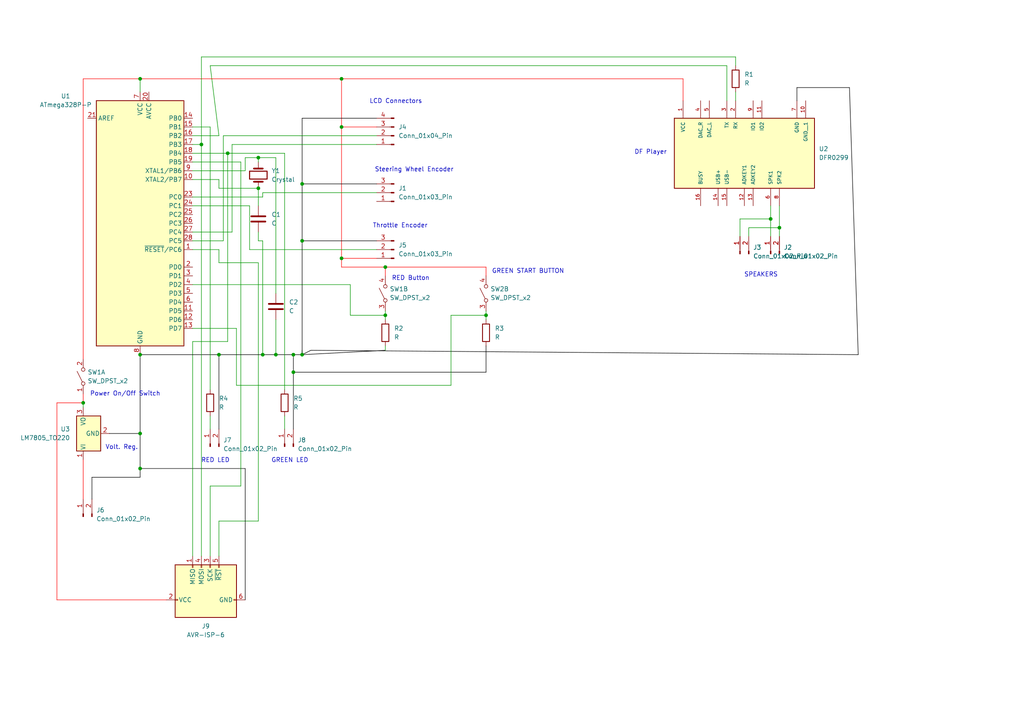
<source format=kicad_sch>
(kicad_sch (version 20250114) (generator "eeschema") (generator_version "9.0")
  (paper "A4")
  (lib_symbols
    (symbol "Connector:AVR-ISP-6" (pin_names (offset 1.016))
      (property "Reference" "J" (at -6.35 11.43 0))
      (property "Value" "AVR-ISP-6" (at 0 11.43 0))
      (symbol "AVR-ISP-6_0_1"
        (rectangle (start -2.667 10.16) (end -2.413 9.398))
        (rectangle (start -2.667 -6.858) (end -2.413 -7.62))
        (rectangle (start 7.62 10.16) (end -7.62 -7.62) (stroke (width 0.254)) (fill (type background)))
        (rectangle (start 7.62 5.207) (end 6.858 4.953))
        (rectangle (start 7.62 2.667) (end 6.858 2.413))
        (rectangle (start 7.62 0.127) (end 6.858 -0.127))
        (rectangle (start 7.62 -2.413) (end 6.858 -2.667))
      )
      (symbol "AVR-ISP-6_1_1"
        (pin passive line (at -2.54 12.7 270) (length 2.54) (name "VCC") (number "2"))
        (pin passive line (at -2.54 -10.16 90) (length 2.54) (name "GND") (number "6"))
        (pin passive line (at 10.16 5.08 180) (length 2.54) (name "MISO") (number "1"))
        (pin passive line (at 10.16 2.54 180) (length 2.54) (name "MOSI") (number "4"))
        (pin passive line (at 10.16 0 180) (length 2.54) (name "SCK") (number "3"))
        (pin passive line (at 10.16 -2.54 180) (length 2.54) (name "~{RST}") (number "5"))
      )
    )
    (symbol "Connector:Conn_01x02_Pin" (pin_names (offset 1.016) (hide yes))
      (property "Reference" "J" (at 0 2.54 0))
      (property "Value" "Conn_01x02_Pin" (at 0 -5.08 0))
      (symbol "Conn_01x02_Pin_1_1"
        (rectangle (start 0.8636 0.127) (end 0 -0.127) (stroke (width 0.1524)) (fill (type outline)))
        (rectangle (start 0.8636 -2.413) (end 0 -2.667) (stroke (width 0.1524)) (fill (type outline)))
        (polyline (pts (xy 1.27 0) (xy 0.8636 0)) (stroke (width 0.1524)))
        (polyline (pts (xy 1.27 -2.54) (xy 0.8636 -2.54)) (stroke (width 0.1524)))
        (pin passive line (at 5.08 0 180) (length 3.81) (name "Pin_1") (number "1"))
        (pin passive line (at 5.08 -2.54 180) (length 3.81) (name "Pin_2") (number "2"))
      )
    )
    (symbol "Connector:Conn_01x03_Pin" (pin_names (offset 1.016) (hide yes))
      (property "Reference" "J" (at 0 5.08 0))
      (property "Value" "Conn_01x03_Pin" (at 0 -5.08 0))
      (symbol "Conn_01x03_Pin_1_1"
        (rectangle (start 0.8636 2.667) (end 0 2.413) (stroke (width 0.1524)) (fill (type outline)))
        (rectangle (start 0.8636 0.127) (end 0 -0.127) (stroke (width 0.1524)) (fill (type outline)))
        (rectangle (start 0.8636 -2.413) (end 0 -2.667) (stroke (width 0.1524)) (fill (type outline)))
        (polyline (pts (xy 1.27 2.54) (xy 0.8636 2.54)) (stroke (width 0.1524)))
        (polyline (pts (xy 1.27 0) (xy 0.8636 0)) (stroke (width 0.1524)))
        (polyline (pts (xy 1.27 -2.54) (xy 0.8636 -2.54)) (stroke (width 0.1524)))
        (pin passive line (at 5.08 2.54 180) (length 3.81) (name "Pin_1") (number "1"))
        (pin passive line (at 5.08 0 180) (length 3.81) (name "Pin_2") (number "2"))
        (pin passive line (at 5.08 -2.54 180) (length 3.81) (name "Pin_3") (number "3"))
      )
    )
    (symbol "Connector:Conn_01x04_Pin" (pin_names (offset 1.016) (hide yes))
      (property "Reference" "J" (at 0 5.08 0))
      (property "Value" "Conn_01x04_Pin" (at 0 -7.62 0))
      (symbol "Conn_01x04_Pin_1_1"
        (rectangle (start 0.8636 2.667) (end 0 2.413) (stroke (width 0.1524)) (fill (type outline)))
        (rectangle (start 0.8636 0.127) (end 0 -0.127) (stroke (width 0.1524)) (fill (type outline)))
        (rectangle (start 0.8636 -2.413) (end 0 -2.667) (stroke (width 0.1524)) (fill (type outline)))
        (rectangle (start 0.8636 -4.953) (end 0 -5.207) (stroke (width 0.1524)) (fill (type outline)))
        (polyline (pts (xy 1.27 2.54) (xy 0.8636 2.54)) (stroke (width 0.1524)))
        (polyline (pts (xy 1.27 0) (xy 0.8636 0)) (stroke (width 0.1524)))
        (polyline (pts (xy 1.27 -2.54) (xy 0.8636 -2.54)) (stroke (width 0.1524)))
        (polyline (pts (xy 1.27 -5.08) (xy 0.8636 -5.08)) (stroke (width 0.1524)))
        (pin passive line (at 5.08 2.54 180) (length 3.81) (name "Pin_1") (number "1"))
        (pin passive line (at 5.08 0 180) (length 3.81) (name "Pin_2") (number "2"))
        (pin passive line (at 5.08 -2.54 180) (length 3.81) (name "Pin_3") (number "3"))
        (pin passive line (at 5.08 -5.08 180) (length 3.81) (name "Pin_4") (number "4"))
      )
    )
    (symbol "DFR0299:DFR0299" (pin_names (offset 1.016))
      (property "Reference" "U" (at -10.16 18.542 0))
      (property "Value" "DFR0299" (at -10.16 -25.4 0))
      (symbol "DFR0299_0_0"
        (rectangle (start -10.16 -22.86) (end 10.16 17.78) (stroke (width 0.254)) (fill (type background)))
        (pin input line (at -15.24 10.16 0) (length 5.08) (name "BUSY") (number "16"))
        (pin input line (at -15.24 5.08 0) (length 5.08) (name "USB+") (number "14"))
        (pin input line (at -15.24 2.54 0) (length 5.08) (name "USB-") (number "15"))
        (pin input line (at -15.24 -2.54 0) (length 5.08) (name "ADKEY1") (number "12"))
        (pin input line (at -15.24 -5.08 0) (length 5.08) (name "ADKEY2") (number "13"))
        (pin passive line (at -15.24 -10.16 0) (length 5.08) (name "SPK1") (number "6"))
        (pin passive line (at -15.24 -12.7 0) (length 5.08) (name "SPK2") (number "8"))
        (pin power_in line (at 15.24 15.24 180) (length 5.08) (name "VCC") (number "1"))
        (pin output line (at 15.24 10.16 180) (length 5.08) (name "DAC_R") (number "4"))
        (pin output line (at 15.24 7.62 180) (length 5.08) (name "DAC_L") (number "5"))
        (pin output line (at 15.24 2.54 180) (length 5.08) (name "TX") (number "3"))
        (pin input line (at 15.24 0 180) (length 5.08) (name "RX") (number "2"))
        (pin bidirectional line (at 15.24 -5.08 180) (length 5.08) (name "IO1") (number "9"))
        (pin bidirectional line (at 15.24 -7.62 180) (length 5.08) (name "IO2") (number "11"))
        (pin power_in line (at 15.24 -17.78 180) (length 5.08) (name "GND") (number "7"))
        (pin power_in line (at 15.24 -20.32 180) (length 5.08) (name "GND__1") (number "10"))
      )
    )
    (symbol "Device:C" (pin_numbers (hide yes)) (pin_names (offset 0.254))
      (property "Reference" "C" (at 0.635 2.54 0))
      (property "Value" "C" (at 0.635 -2.54 0))
      (symbol "C_0_1"
        (polyline (pts (xy -2.032 0.762) (xy 2.032 0.762)) (stroke (width 0.508)))
        (polyline (pts (xy -2.032 -0.762) (xy 2.032 -0.762)) (stroke (width 0.508)))
      )
      (symbol "C_1_1"
        (pin passive line (at 0 3.81 270) (length 2.794) (name "~") (number "1"))
        (pin passive line (at 0 -3.81 90) (length 2.794) (name "~") (number "2"))
      )
    )
    (symbol "Device:Crystal" (pin_numbers (hide yes)) (pin_names (offset 1.016) (hide yes))
      (property "Reference" "Y" (at 0 3.81 0))
      (property "Value" "Crystal" (at 0 -3.81 0))
      (symbol "Crystal_0_1"
        (polyline (pts (xy -2.54 0) (xy -1.905 0)))
        (polyline (pts (xy -1.905 -1.27) (xy -1.905 1.27)) (stroke (width 0.508)))
        (rectangle (start -1.143 2.54) (end 1.143 -2.54) (stroke (width 0.3048)))
        (polyline (pts (xy 1.905 -1.27) (xy 1.905 1.27)) (stroke (width 0.508)))
        (polyline (pts (xy 2.54 0) (xy 1.905 0)))
      )
      (symbol "Crystal_1_1"
        (pin passive line (at -3.81 0 0) (length 1.27) (name "1") (number "1"))
        (pin passive line (at 3.81 0 180) (length 1.27) (name "2") (number "2"))
      )
    )
    (symbol "Device:R" (pin_numbers (hide yes)) (pin_names (offset 0))
      (property "Reference" "R" (at 2.032 0 90))
      (property "Value" "R" (at 0 0 90))
      (symbol "R_0_1"
        (rectangle (start -1.016 -2.54) (end 1.016 2.54) (stroke (width 0.254)))
      )
      (symbol "R_1_1"
        (pin passive line (at 0 3.81 270) (length 1.27) (name "~") (number "1"))
        (pin passive line (at 0 -3.81 90) (length 1.27) (name "~") (number "2"))
      )
    )
    (symbol "MCU_Microchip_ATmega:ATmega328P-P"
      (property "Reference" "U" (at -12.7 36.83 0))
      (property "Value" "ATmega328P-P" (at 2.54 -36.83 0))
      (symbol "ATmega328P-P_0_1"
        (rectangle (start -12.7 -35.56) (end 12.7 35.56) (stroke (width 0.254)) (fill (type background)))
      )
      (symbol "ATmega328P-P_1_1"
        (pin passive line (at -15.24 30.48 0) (length 2.54) (name "AREF") (number "21"))
        (pin power_in line (at 0 38.1 270) (length 2.54) (name "VCC") (number "7"))
        (pin passive line (at 0 -38.1 90) (length 2.54) (hide yes) (name "GND") (number "22"))
        (pin power_in line (at 0 -38.1 90) (length 2.54) (name "GND") (number "8"))
        (pin power_in line (at 2.54 38.1 270) (length 2.54) (name "AVCC") (number "20"))
        (pin bidirectional line (at 15.24 30.48 180) (length 2.54) (name "PB0") (number "14"))
        (pin bidirectional line (at 15.24 27.94 180) (length 2.54) (name "PB1") (number "15"))
        (pin bidirectional line (at 15.24 25.4 180) (length 2.54) (name "PB2") (number "16"))
        (pin bidirectional line (at 15.24 22.86 180) (length 2.54) (name "PB3") (number "17"))
        (pin bidirectional line (at 15.24 20.32 180) (length 2.54) (name "PB4") (number "18"))
        (pin bidirectional line (at 15.24 17.78 180) (length 2.54) (name "PB5") (number "19"))
        (pin bidirectional line (at 15.24 15.24 180) (length 2.54) (name "XTAL1/PB6") (number "9"))
        (pin bidirectional line (at 15.24 12.7 180) (length 2.54) (name "XTAL2/PB7") (number "10"))
        (pin bidirectional line (at 15.24 7.62 180) (length 2.54) (name "PC0") (number "23"))
        (pin bidirectional line (at 15.24 5.08 180) (length 2.54) (name "PC1") (number "24"))
        (pin bidirectional line (at 15.24 2.54 180) (length 2.54) (name "PC2") (number "25"))
        (pin bidirectional line (at 15.24 0 180) (length 2.54) (name "PC3") (number "26"))
        (pin bidirectional line (at 15.24 -2.54 180) (length 2.54) (name "PC4") (number "27"))
        (pin bidirectional line (at 15.24 -5.08 180) (length 2.54) (name "PC5") (number "28"))
        (pin bidirectional line (at 15.24 -7.62 180) (length 2.54) (name "~{RESET}/PC6") (number "1"))
        (pin bidirectional line (at 15.24 -12.7 180) (length 2.54) (name "PD0") (number "2"))
        (pin bidirectional line (at 15.24 -15.24 180) (length 2.54) (name "PD1") (number "3"))
        (pin bidirectional line (at 15.24 -17.78 180) (length 2.54) (name "PD2") (number "4"))
        (pin bidirectional line (at 15.24 -20.32 180) (length 2.54) (name "PD3") (number "5"))
        (pin bidirectional line (at 15.24 -22.86 180) (length 2.54) (name "PD4") (number "6"))
        (pin bidirectional line (at 15.24 -25.4 180) (length 2.54) (name "PD5") (number "11"))
        (pin bidirectional line (at 15.24 -27.94 180) (length 2.54) (name "PD6") (number "12"))
        (pin bidirectional line (at 15.24 -30.48 180) (length 2.54) (name "PD7") (number "13"))
      )
    )
    (symbol "Regulator_Linear:LM7805_TO220" (pin_names (offset 0.254))
      (property "Reference" "U" (at -3.81 3.175 0))
      (property "Value" "LM7805_TO220" (at 0 3.175 0))
      (symbol "LM7805_TO220_0_1"
        (rectangle (start -5.08 1.905) (end 5.08 -5.08) (stroke (width 0.254)) (fill (type background)))
      )
      (symbol "LM7805_TO220_1_1"
        (pin power_in line (at -7.62 0 0) (length 2.54) (name "VI") (number "1"))
        (pin power_in line (at 0 -7.62 90) (length 2.54) (name "GND") (number "2"))
        (pin power_out line (at 7.62 0 180) (length 2.54) (name "VO") (number "3"))
      )
    )
    (symbol "Switch:SW_DPST_x2" (pin_names (offset 0) (hide yes))
      (property "Reference" "SW" (at 0 3.175 0))
      (property "Value" "SW_DPST_x2" (at 0 -2.54 0))
      (symbol "SW_DPST_x2_0_0"
        (circle (center -2.032 0) (radius 0.508))
        (polyline (pts (xy -1.524 0.254) (xy 1.524 1.778)))
        (circle (center 2.032 0) (radius 0.508))
      )
      (symbol "SW_DPST_x2_1_1"
        (pin passive line (at -5.08 0 0) (length 2.54) (name "A") (number "1"))
        (pin passive line (at 5.08 0 180) (length 2.54) (name "B") (number "2"))
      )
      (symbol "SW_DPST_x2_2_1"
        (pin passive line (at -5.08 0 0) (length 2.54) (name "A") (number "3"))
        (pin passive line (at 5.08 0 180) (length 2.54) (name "B") (number "4"))
      )
    )
  )
  (text "Volt. Reg.\n" (at 35.306 129.794 0) (effects (font (size 1.27 1.27))))
  (text "RED Button\n" (at 119.126 80.772 0) (effects (font (size 1.27 1.27))))
  (text "Steering Wheel Encoder" (at 120.142 49.276 0) (effects (font (size 1.27 1.27))))
  (text "Throttle Encoder" (at 116.078 65.532 0) (effects (font (size 1.27 1.27))))
  (text "LCD Connectors" (at 114.808 29.464 0) (effects (font (size 1.27 1.27))))
  (text "DF Player" (at 188.722 44.196 0) (effects (font (size 1.27 1.27))))
  (text "GREEN LED\n" (at 84.074 133.604 0) (effects (font (size 1.27 1.27))))
  (text "Power On/Off Switch" (at 36.322 114.3 0) (effects (font (size 1.27 1.27))))
  (text "GREEN START BUTTON\n" (at 153.162 78.74 0) (effects (font (size 1.27 1.27))))
  (text "SPEAKERS" (at 220.726 79.756 0) (effects (font (size 1.27 1.27))))
  (text "RED LED\n" (at 62.484 133.604 0) (effects (font (size 1.27 1.27))))
  (junction (at 24.13 116.84))
  (junction (at 74.93 45.72))
  (junction (at 87.63 53.34))
  (junction (at 40.64 125.73))
  (junction (at 87.63 69.85))
  (junction (at 66.04 44.45))
  (junction (at 40.64 135.89))
  (junction (at 40.64 102.87))
  (junction (at 85.09 102.87))
  (junction (at 99.06 36.83))
  (junction (at 140.97 91.44))
  (junction (at 223.52 63.5))
  (junction (at 99.06 22.86))
  (junction (at 111.76 77.47))
  (junction (at 87.63 102.87))
  (junction (at 111.76 91.44))
  (junction (at 58.42 41.91))
  (junction (at 85.09 107.95))
  (junction (at 74.93 54.61))
  (junction (at 80.01 102.87))
  (junction (at 40.64 22.86))
  (junction (at 99.06 74.93))
  (junction (at 76.2 102.87))
  (junction (at 226.06 66.04))
  (junction (at 63.5 102.87))
  (wire (pts (xy 55.88 57.15) (xy 76.2 57.15)))
  (wire (pts (xy 140.97 77.47) (xy 111.76 77.47)) (stroke (width 0) (color 255 0 0 1)))
  (wire (pts (xy 60.96 161.29) (xy 60.96 140.97)))
  (wire (pts (xy 82.55 124.46) (xy 82.55 120.65)))
  (wire (pts (xy 26.67 144.78) (xy 26.67 138.43)) (stroke (width 0) (color 0 0 0 1)))
  (wire (pts (xy 82.55 44.45) (xy 66.04 44.45)))
  (wire (pts (xy 246.38 25.4) (xy 248.92 102.87)) (stroke (width 0) (color 0 0 0 1)))
  (wire (pts (xy 63.5 39.37) (xy 60.96 19.05)))
  (wire (pts (xy 16.51 116.84) (xy 16.51 173.99)) (stroke (width 0) (color 255 0 0 1)))
  (wire (pts (xy 64.77 69.85) (xy 64.77 39.37)))
  (wire (pts (xy 74.93 76.2) (xy 63.5 76.2)))
  (wire (pts (xy 55.88 69.85) (xy 64.77 69.85)))
  (wire (pts (xy 140.97 91.44) (xy 140.97 90.17)))
  (wire (pts (xy 140.97 92.71) (xy 140.97 91.44)))
  (wire (pts (xy 40.64 138.43) (xy 40.64 135.89)) (stroke (width 0) (color 0 0 0 1)))
  (wire (pts (xy 87.63 53.34) (xy 87.63 34.29)) (stroke (width 0) (color 0 0 0 1)))
  (wire (pts (xy 85.09 124.46) (xy 85.09 107.95)) (stroke (width 0) (color 0 0 0 1)))
  (wire (pts (xy 66.04 99.06) (xy 66.04 44.45)))
  (wire (pts (xy 71.12 49.53) (xy 55.88 49.53)))
  (wire (pts (xy 24.13 104.14) (xy 24.13 22.86)) (stroke (width 0) (color 255 0 0 1)))
  (wire (pts (xy 85.09 102.87) (xy 87.63 102.87)) (stroke (width 0) (color 0 0 0 1)))
  (wire (pts (xy 111.76 91.44) (xy 111.76 90.17)))
  (wire (pts (xy 55.88 82.55) (xy 101.6 82.55)))
  (wire (pts (xy 130.81 111.76) (xy 130.81 91.44)))
  (wire (pts (xy 109.22 53.34) (xy 87.63 53.34)) (stroke (width 0) (color 0 0 0 1)))
  (wire (pts (xy 76.2 57.15) (xy 76.2 55.88)))
  (wire (pts (xy 223.52 68.58) (xy 223.52 63.5)))
  (wire (pts (xy 111.76 100.33) (xy 111.76 101.6)))
  (wire (pts (xy 72.39 59.69) (xy 55.88 59.69)))
  (wire (pts (xy 130.81 91.44) (xy 140.97 91.44)))
  (wire (pts (xy 76.2 55.88) (xy 109.22 55.88)))
  (wire (pts (xy 90.17 101.6) (xy 87.63 102.87)) (stroke (width 0) (color 0 0 0 1)))
  (wire (pts (xy 40.64 125.73) (xy 40.64 135.89)) (stroke (width 0) (color 0 0 0 1)))
  (wire (pts (xy 80.01 85.09) (xy 80.01 45.72)))
  (wire (pts (xy 99.06 36.83) (xy 109.22 36.83)) (stroke (width 0) (color 255 0 0 1)))
  (wire (pts (xy 63.5 124.46) (xy 63.5 102.87)) (stroke (width 0) (color 0 0 0 1)))
  (wire (pts (xy 66.04 44.45) (xy 55.88 44.45)))
  (wire (pts (xy 111.76 92.71) (xy 111.76 91.44)))
  (wire (pts (xy 87.63 69.85) (xy 87.63 53.34)) (stroke (width 0) (color 0 0 0 1)))
  (wire (pts (xy 109.22 72.39) (xy 72.39 72.39)))
  (wire (pts (xy 214.63 63.5) (xy 214.63 68.58)))
  (wire (pts (xy 55.88 95.25) (xy 68.58 95.25)))
  (wire (pts (xy 16.51 116.84) (xy 24.13 116.84)) (stroke (width 0) (color 255 0 0 1)))
  (wire (pts (xy 226.06 66.04) (xy 226.06 59.69)))
  (wire (pts (xy 55.88 99.06) (xy 66.04 99.06)))
  (wire (pts (xy 24.13 133.35) (xy 24.13 144.78)) (stroke (width 0) (color 255 0 0 1)))
  (wire (pts (xy 74.93 151.13) (xy 74.93 76.2)))
  (wire (pts (xy 60.96 124.46) (xy 60.96 120.65)))
  (wire (pts (xy 87.63 69.85) (xy 87.63 102.87)) (stroke (width 0) (color 0 0 0 1)))
  (wire (pts (xy 76.2 102.87) (xy 80.01 102.87)) (stroke (width 0) (color 0 0 0 1)))
  (wire (pts (xy 80.01 45.72) (xy 74.93 45.72)))
  (wire (pts (xy 55.88 36.83) (xy 60.96 36.83)))
  (wire (pts (xy 67.31 41.91) (xy 67.31 67.31)))
  (wire (pts (xy 63.5 54.61) (xy 63.5 52.07)))
  (wire (pts (xy 69.85 46.99) (xy 55.88 46.99)))
  (wire (pts (xy 63.5 102.87) (xy 76.2 102.87)) (stroke (width 0) (color 0 0 0 1)))
  (wire (pts (xy 111.76 77.47) (xy 99.06 77.47)) (stroke (width 0) (color 255 0 0 1)))
  (wire (pts (xy 63.5 151.13) (xy 74.93 151.13)))
  (wire (pts (xy 40.64 102.87) (xy 40.64 125.73)) (stroke (width 0) (color 0 0 0 1)))
  (wire (pts (xy 80.01 92.71) (xy 80.01 102.87)))
  (wire (pts (xy 58.42 16.51) (xy 213.36 16.51)))
  (wire (pts (xy 58.42 161.29) (xy 58.42 41.91)))
  (wire (pts (xy 55.88 39.37) (xy 63.5 39.37)))
  (wire (pts (xy 140.97 100.33) (xy 140.97 107.95)) (stroke (width 0) (color 0 0 0 1)))
  (wire (pts (xy 213.36 19.05) (xy 213.36 16.51)))
  (wire (pts (xy 76.2 69.85) (xy 76.2 102.87)))
  (wire (pts (xy 80.01 102.87) (xy 85.09 102.87)) (stroke (width 0) (color 0 0 0 1)))
  (wire (pts (xy 63.5 151.13) (xy 63.5 161.29)))
  (wire (pts (xy 60.96 36.83) (xy 60.96 113.03)))
  (wire (pts (xy 40.64 26.67) (xy 40.64 22.86)))
  (wire (pts (xy 63.5 76.2) (xy 63.5 72.39)))
  (wire (pts (xy 24.13 116.84) (xy 24.13 114.3)) (stroke (width 0) (color 255 0 0 1)))
  (wire (pts (xy 226.06 68.58) (xy 226.06 66.04)))
  (wire (pts (xy 140.97 80.01) (xy 140.97 77.47)) (stroke (width 0) (color 255 0 0 1)))
  (wire (pts (xy 40.64 102.87) (xy 63.5 102.87)) (stroke (width 0) (color 0 0 0 1)))
  (wire (pts (xy 40.64 22.86) (xy 99.06 22.86)) (stroke (width 0) (color 255 0 0 1)))
  (wire (pts (xy 74.93 69.85) (xy 76.2 69.85)))
  (wire (pts (xy 74.93 45.72) (xy 71.12 45.72)))
  (wire (pts (xy 109.22 69.85) (xy 87.63 69.85)) (stroke (width 0) (color 0 0 0 1)))
  (wire (pts (xy 60.96 19.05) (xy 210.82 19.05)))
  (wire (pts (xy 82.55 113.03) (xy 82.55 44.45)))
  (wire (pts (xy 198.12 22.86) (xy 99.06 22.86)) (stroke (width 0) (color 255 0 0 1)))
  (wire (pts (xy 198.12 29.21) (xy 198.12 22.86)) (stroke (width 0) (color 255 0 0 1)))
  (wire (pts (xy 217.17 68.58) (xy 217.17 66.04)))
  (wire (pts (xy 74.93 54.61) (xy 63.5 54.61)))
  (wire (pts (xy 67.31 67.31) (xy 55.88 67.31)))
  (wire (pts (xy 223.52 63.5) (xy 214.63 63.5)))
  (wire (pts (xy 109.22 74.93) (xy 99.06 74.93)) (stroke (width 0) (color 255 0 0 1)))
  (wire (pts (xy 213.36 26.67) (xy 213.36 29.21)))
  (wire (pts (xy 26.67 138.43) (xy 40.64 138.43)) (stroke (width 0) (color 0 0 0 1)))
  (wire (pts (xy 71.12 45.72) (xy 71.12 49.53)))
  (wire (pts (xy 55.88 41.91) (xy 58.42 41.91)))
  (wire (pts (xy 68.58 111.76) (xy 130.81 111.76)))
  (wire (pts (xy 24.13 118.11) (xy 24.13 116.84)))
  (wire (pts (xy 55.88 161.29) (xy 55.88 99.06)))
  (wire (pts (xy 63.5 52.07) (xy 55.88 52.07)))
  (wire (pts (xy 87.63 102.87) (xy 87.63 101.6)))
  (wire (pts (xy 74.93 67.31) (xy 74.93 69.85)))
  (wire (pts (xy 109.22 41.91) (xy 67.31 41.91)))
  (wire (pts (xy 64.77 39.37) (xy 109.22 39.37)))
  (wire (pts (xy 217.17 66.04) (xy 226.06 66.04)))
  (wire (pts (xy 99.06 22.86) (xy 99.06 36.83)) (stroke (width 0) (color 255 0 0 1)))
  (wire (pts (xy 101.6 91.44) (xy 111.76 91.44)))
  (wire (pts (xy 72.39 72.39) (xy 72.39 59.69)))
  (wire (pts (xy 140.97 107.95) (xy 85.09 107.95)) (stroke (width 0) (color 0 0 0 1)))
  (wire (pts (xy 31.75 125.73) (xy 40.64 125.73)) (stroke (width 0) (color 0 0 0 1)))
  (wire (pts (xy 99.06 77.47) (xy 99.06 74.93)) (stroke (width 0) (color 255 0 0 1)))
  (wire (pts (xy 60.96 140.97) (xy 69.85 140.97)))
  (wire (pts (xy 24.13 22.86) (xy 40.64 22.86)) (stroke (width 0) (color 255 0 0 1)))
  (wire (pts (xy 63.5 72.39) (xy 55.88 72.39)))
  (wire (pts (xy 71.12 173.99) (xy 71.12 135.89)) (stroke (width 0) (color 0 0 0 1)))
  (wire (pts (xy 71.12 135.89) (xy 40.64 135.89)) (stroke (width 0) (color 0 0 0 1)))
  (wire (pts (xy 99.06 74.93) (xy 99.06 36.83)) (stroke (width 0) (color 255 0 0 1)))
  (wire (pts (xy 74.93 54.61) (xy 74.93 59.69)))
  (wire (pts (xy 74.93 46.99) (xy 74.93 45.72)))
  (wire (pts (xy 248.92 102.87) (xy 90.17 101.6)) (stroke (width 0) (color 0 0 0 1)))
  (wire (pts (xy 58.42 16.51) (xy 58.42 41.91)))
  (wire (pts (xy 111.76 80.01) (xy 111.76 77.47)) (stroke (width 0) (color 255 0 0 1)))
  (wire (pts (xy 231.14 29.21) (xy 231.14 25.4)) (stroke (width 0) (color 0 0 0 1)))
  (wire (pts (xy 68.58 95.25) (xy 68.58 111.76)))
  (wire (pts (xy 210.82 29.21) (xy 210.82 19.05)))
  (wire (pts (xy 85.09 107.95) (xy 85.09 102.87)) (stroke (width 0) (color 0 0 0 1)))
  (wire (pts (xy 101.6 82.55) (xy 101.6 91.44)))
  (wire (pts (xy 87.63 34.29) (xy 109.22 34.29)) (stroke (width 0) (color 0 0 0 1)))
  (wire (pts (xy 231.14 25.4) (xy 246.38 25.4)) (stroke (width 0) (color 0 0 0 1)))
  (wire (pts (xy 69.85 140.97) (xy 69.85 46.99)))
  (wire (pts (xy 48.26 173.99) (xy 16.51 173.99)) (stroke (width 0) (color 255 0 0 1)))
  (wire (pts (xy 111.76 101.6) (xy 87.63 102.87)) (stroke (width 0) (color 0 0 0 1)))
  (wire (pts (xy 223.52 59.69) (xy 223.52 63.5)))
  (symbol (lib_id "Switch:SW_DPST_x2") (at 111.76 85.09 90) (unit 2)
    (property "Reference" "SW1" (at 113.03 83.8199 90) (effects (justify right)))
    (property "Value" "SW_DPST_x2" (at 113.03 86.3599 90) (effects (justify right)))
    (property "Description" "Single Pole Single Throw (SPST) switch, separate symbol" (effects (hide yes)))
  )
  (symbol (lib_id "Device:R") (at 60.96 116.84 180) (unit 1)
    (property "Reference" "R4" (at 63.5 115.5699 0) (effects (justify right)))
    (property "Value" "R" (at 63.5 118.1099 0) (effects (justify right)))
    (property "Description" "Resistor" (effects (hide yes)))
  )
  (symbol (lib_id "DFR0299:DFR0299") (at 213.36 44.45 90) (unit 1)
    (property "Reference" "U2" (at 237.49 43.1799 90) (effects (justify right)))
    (property "Value" "DFR0299" (at 237.49 45.7199 90) (effects (justify right)))
    (property "Footprint" "DFR0299:MODULE_DFR0299" (effects (hide yes)))
    (property "MF" "DFRobot" (effects (hide yes)))
    (property "DESCRIPTION" "Dfplayer - a Mini Mp3 Player" (effects (hide yes)))
    (property "PACKAGE" "None" (effects (hide yes)))
    (property "PRICE" "None" (effects (hide yes)))
    (property "MP" "DFR0299" (effects (hide yes)))
    (property "AVAILABILITY" "Unavailable" (effects (hide yes)))
  )
  (symbol (lib_id "Regulator_Linear:LM7805_TO220") (at 24.13 125.73 90) (unit 1)
    (property "Reference" "U3" (at 20.32 124.4599 90) (effects (justify left)))
    (property "Value" "LM7805_TO220" (at 20.32 126.9999 90) (effects (justify left)))
    (property "Footprint" "Package_TO_SOT_THT:TO-220-3_Vertical" (effects (hide yes)))
    (property "Datasheet" "https://www.onsemi.cn/PowerSolutions/document/MC7800-D.PDF" (effects (hide yes)))
    (property "Description" "Positive 1A 35V Linear Regulator, Fixed Output 5V, TO-220" (effects (hide yes)))
  )
  (symbol (lib_id "Connector:Conn_01x03_Pin") (at 114.3 55.88 180) (unit 1)
    (property "Reference" "J1" (at 115.57 54.6099 0) (effects (justify right)))
    (property "Value" "Conn_01x03_Pin" (at 115.57 57.1499 0) (effects (justify right)))
    (property "Description" "Generic connector, single row, 01x03, script generated" (effects (hide yes)))
  )
  (symbol (lib_id "Connector:Conn_01x02_Pin") (at 223.52 73.66 90) (unit 1)
    (property "Reference" "J2" (at 227.33 71.7549 90) (effects (justify right)))
    (property "Value" "Conn_01x02_Pin" (at 227.33 74.2949 90) (effects (justify right)))
    (property "Description" "Generic connector, single row, 01x02, script generated" (effects (hide yes)))
  )
  (symbol (lib_id "Connector:Conn_01x03_Pin") (at 114.3 72.39 180) (unit 1)
    (property "Reference" "J5" (at 115.57 71.1199 0) (effects (justify right)))
    (property "Value" "Conn_01x03_Pin" (at 115.57 73.6599 0) (effects (justify right)))
    (property "Description" "Generic connector, single row, 01x03, script generated" (effects (hide yes)))
  )
  (symbol (lib_id "Device:R") (at 140.97 96.52 0) (unit 1)
    (property "Reference" "R3" (at 143.51 95.2499 0) (effects (justify left)))
    (property "Value" "R" (at 143.51 97.7899 0) (effects (justify left)))
    (property "Description" "Resistor" (effects (hide yes)))
  )
  (symbol (lib_id "Device:R") (at 111.76 96.52 180) (unit 1)
    (property "Reference" "R2" (at 114.3 95.2499 0) (effects (justify right)))
    (property "Value" "R" (at 114.3 97.7899 0) (effects (justify right)))
    (property "Description" "Resistor" (effects (hide yes)))
  )
  (symbol (lib_id "Device:R") (at 213.36 22.86 0) (unit 1)
    (property "Reference" "R1" (at 215.9 21.5899 0) (effects (justify left)))
    (property "Value" "R" (at 215.9 24.1299 0) (effects (justify left)))
    (property "Description" "Resistor" (effects (hide yes)))
  )
  (symbol (lib_id "Switch:SW_DPST_x2") (at 140.97 85.09 90) (unit 2)
    (property "Reference" "SW2" (at 142.24 83.8199 90) (effects (justify right)))
    (property "Value" "SW_DPST_x2" (at 142.24 86.3599 90) (effects (justify right)))
    (property "Description" "Single Pole Single Throw (SPST) switch, separate symbol" (effects (hide yes)))
  )
  (symbol (lib_id "Connector:Conn_01x02_Pin") (at 60.96 129.54 90) (unit 1)
    (property "Reference" "J7" (at 64.77 127.6349 90) (effects (justify right)))
    (property "Value" "Conn_01x02_Pin" (at 64.77 130.1749 90) (effects (justify right)))
    (property "Description" "Generic connector, single row, 01x02, script generated" (effects (hide yes)))
  )
  (symbol (lib_id "Connector:Conn_01x02_Pin") (at 82.55 129.54 90) (unit 1)
    (property "Reference" "J8" (at 86.36 127.6349 90) (effects (justify right)))
    (property "Value" "Conn_01x02_Pin" (at 86.36 130.1749 90) (effects (justify right)))
    (property "Description" "Generic connector, single row, 01x02, script generated" (effects (hide yes)))
  )
  (symbol (lib_id "Device:C") (at 80.01 88.9 0) (unit 1)
    (property "Reference" "C2" (at 83.82 87.6299 0) (effects (justify left)))
    (property "Value" "C" (at 83.82 90.1699 0) (effects (justify left)))
    (property "Description" "Unpolarized capacitor" (effects (hide yes)))
  )
  (symbol (lib_id "MCU_Microchip_ATmega:ATmega328P-P") (at 40.64 64.77 0) (unit 1)
    (property "Reference" "U1" (at 19.05 27.8698 0))
    (property "Value" "ATmega328P-P" (at 19.05 30.4098 0))
    (property "Footprint" "Package_DIP:DIP-28_W7.62mm" (effects (hide yes)))
    (property "Datasheet" "http://ww1.microchip.com/downloads/en/DeviceDoc/ATmega328_P%20AVR%20MCU%20with%20picoPower%20Technology%20Data%20Sheet%2040001984A.pdf" (effects (hide yes)))
    (property "Description" "20MHz, 32kB Flash, 2kB SRAM, 1kB EEPROM, DIP-28" (effects (hide yes)))
  )
  (symbol (lib_id "Connector:AVR-ISP-6") (at 60.96 171.45 90) (unit 1)
    (property "Reference" "J9" (at 59.69 181.61 90))
    (property "Value" "AVR-ISP-6" (at 59.69 184.15 90))
    (property "Description" "Atmel 6-pin ISP connector" (effects (hide yes)))
  )
  (symbol (lib_id "Connector:Conn_01x02_Pin") (at 24.13 149.86 90) (unit 1)
    (property "Reference" "J6" (at 27.94 147.9549 90) (effects (justify right)))
    (property "Value" "Conn_01x02_Pin" (at 27.94 150.4949 90) (effects (justify right)))
    (property "Description" "Generic connector, single row, 01x02, script generated" (effects (hide yes)))
  )
  (symbol (lib_id "Device:C") (at 74.93 63.5 0) (unit 1)
    (property "Reference" "C1" (at 78.74 62.2299 0) (effects (justify left)))
    (property "Value" "C" (at 78.74 64.7699 0) (effects (justify left)))
    (property "Description" "Unpolarized capacitor" (effects (hide yes)))
  )
  (symbol (lib_id "Connector:Conn_01x04_Pin") (at 114.3 39.37 180) (unit 1)
    (property "Reference" "J4" (at 115.57 36.8299 0) (effects (justify right)))
    (property "Value" "Conn_01x04_Pin" (at 115.57 39.3699 0) (effects (justify right)))
    (property "Description" "Generic connector, single row, 01x04, script generated" (effects (hide yes)))
  )
  (symbol (lib_id "Device:R") (at 82.55 116.84 180) (unit 1)
    (property "Reference" "R5" (at 85.09 115.5699 0) (effects (justify right)))
    (property "Value" "R" (at 85.09 118.1099 0) (effects (justify right)))
    (property "Description" "Resistor" (effects (hide yes)))
  )
  (symbol (lib_id "Connector:Conn_01x02_Pin") (at 214.63 73.66 90) (unit 1)
    (property "Reference" "J3" (at 218.44 71.7549 90) (effects (justify right)))
    (property "Value" "Conn_01x02_Pin" (at 218.44 74.2949 90) (effects (justify right)))
    (property "Description" "Generic connector, single row, 01x02, script generated" (effects (hide yes)))
  )
  (symbol (lib_id "Switch:SW_DPST_x2") (at 24.13 109.22 90) (unit 1)
    (property "Reference" "SW1" (at 25.4 107.9499 90) (effects (justify right)))
    (property "Value" "SW_DPST_x2" (at 25.4 110.4899 90) (effects (justify right)))
    (property "Description" "Single Pole Single Throw (SPST) switch, separate symbol" (effects (hide yes)))
  )
  (symbol (lib_id "Device:Crystal") (at 74.93 50.8 90) (unit 1)
    (property "Reference" "Y1" (at 78.74 49.5299 90) (effects (justify right)))
    (property "Value" "Crystal" (at 78.74 52.0699 90) (effects (justify right)))
    (property "Description" "Two pin crystal" (effects (hide yes)))
  )
)
</source>
